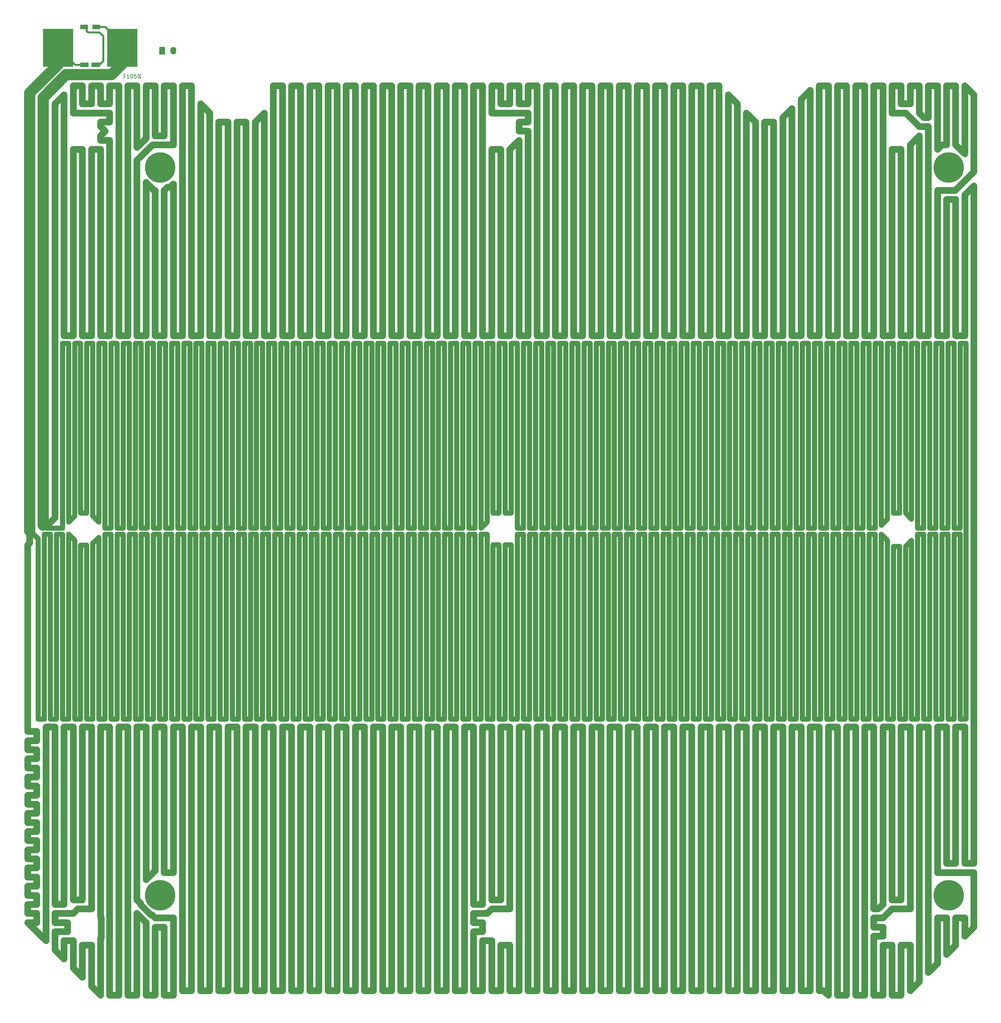
<source format=gbr>
%TF.GenerationSoftware,KiCad,Pcbnew,5.1.5*%
%TF.CreationDate,2020-05-06T17:45:38-07:00*%
%TF.ProjectId,Heatbed-MK52,48656174-6265-4642-9d4d-4b35322e6b69,rev?*%
%TF.SameCoordinates,Original*%
%TF.FileFunction,Copper,L1,Top*%
%TF.FilePolarity,Positive*%
%FSLAX46Y46*%
G04 Gerber Fmt 4.6, Leading zero omitted, Abs format (unit mm)*
G04 Created by KiCad (PCBNEW 5.1.5) date 2020-05-06 17:45:38*
%MOMM*%
%LPD*%
G04 APERTURE LIST*
%TA.AperFunction,NonConductor*%
%ADD10C,0.200000*%
%TD*%
%TA.AperFunction,ComponentPad*%
%ADD11R,8.000000X10.000000*%
%TD*%
%TA.AperFunction,SMDPad,CuDef*%
%ADD12R,2.198880X1.198880*%
%TD*%
%TA.AperFunction,SMDPad,CuDef*%
%ADD13R,2.000000X1.300000*%
%TD*%
%TA.AperFunction,Conductor*%
%ADD14C,8.000000*%
%TD*%
%TA.AperFunction,ComponentPad*%
%ADD15C,0.100000*%
%TD*%
%TA.AperFunction,ComponentPad*%
%ADD16O,1.500000X2.020000*%
%TD*%
%TA.AperFunction,Conductor*%
%ADD17C,0.500000*%
%TD*%
%TA.AperFunction,Conductor*%
%ADD18C,3.000000*%
%TD*%
%TA.AperFunction,Conductor*%
%ADD19C,1.316500*%
%TD*%
%TA.AperFunction,Conductor*%
%ADD20C,1.820200*%
%TD*%
G04 APERTURE END LIST*
D10*
X27742857Y234471428D02*
X27409523Y234471428D01*
X27409523Y233947619D02*
X27409523Y234947619D01*
X27885714Y234947619D01*
X28790476Y233947619D02*
X28219047Y233947619D01*
X28504761Y233947619D02*
X28504761Y234947619D01*
X28409523Y234804761D01*
X28314285Y234709523D01*
X28219047Y234661904D01*
X29409523Y234947619D02*
X29504761Y234947619D01*
X29600000Y234900000D01*
X29647619Y234852380D01*
X29695238Y234757142D01*
X29742857Y234566666D01*
X29742857Y234328571D01*
X29695238Y234138095D01*
X29647619Y234042857D01*
X29600000Y233995238D01*
X29504761Y233947619D01*
X29409523Y233947619D01*
X29314285Y233995238D01*
X29266666Y234042857D01*
X29219047Y234138095D01*
X29171428Y234328571D01*
X29171428Y234566666D01*
X29219047Y234757142D01*
X29266666Y234852380D01*
X29314285Y234900000D01*
X29409523Y234947619D01*
X30647619Y234947619D02*
X30171428Y234947619D01*
X30123809Y234471428D01*
X30171428Y234519047D01*
X30266666Y234566666D01*
X30504761Y234566666D01*
X30600000Y234519047D01*
X30647619Y234471428D01*
X30695238Y234376190D01*
X30695238Y234138095D01*
X30647619Y234042857D01*
X30600000Y233995238D01*
X30504761Y233947619D01*
X30266666Y233947619D01*
X30171428Y233995238D01*
X30123809Y234042857D01*
X31076190Y233947619D02*
X31838095Y234947619D01*
X31219047Y234947619D02*
X31314285Y234900000D01*
X31361904Y234804761D01*
X31314285Y234709523D01*
X31219047Y234661904D01*
X31123809Y234709523D01*
X31076190Y234804761D01*
X31123809Y234900000D01*
X31219047Y234947619D01*
X31790476Y233995238D02*
X31838095Y234090476D01*
X31790476Y234185714D01*
X31695238Y234233333D01*
X31600000Y234185714D01*
X31552380Y234090476D01*
X31600000Y233995238D01*
X31695238Y233947619D01*
X31790476Y233995238D01*
D11*
%TO.P,P1,1*%
%TO.N,Net-(D1-Pad1)*%
X27000000Y242000000D03*
%TD*%
%TO.P,P2,1*%
%TO.N,Net-(D1-Pad1)*%
X10000000Y242000000D03*
%TD*%
D12*
%TO.P,D1,1*%
%TO.N,Net-(D1-Pad1)*%
X16950980Y237500000D03*
%TO.P,D1,2*%
%TO.N,Net-(D1-Pad2)*%
X19949020Y237500000D03*
%TD*%
D13*
%TO.P,R1,1*%
%TO.N,Net-(D1-Pad1)*%
X20100000Y247500000D03*
%TO.P,R1,2*%
%TO.N,Net-(D1-Pad2)*%
X16900000Y247500000D03*
%TD*%
D14*
%TO.N,N/C*%
%TO.C,REF\002A\002A*%
X37000000Y210400000D03*
%TD*%
%TO.N,N/C*%
%TO.C,REF\002A\002A*%
X245000000Y210400000D03*
%TD*%
%TO.N,N/C*%
%TO.C,REF\002A\002A*%
X245000000Y18400000D03*
%TD*%
%TO.N,N/C*%
%TO.C,REF\002A\002A*%
X37000000Y18400000D03*
%TD*%
%TA.AperFunction,ComponentPad*%
D15*
%TO.P,J1,1*%
%TO.N,Net-(J1-Pad1)*%
G36*
X37994504Y242198796D02*
G01*
X38018773Y242195196D01*
X38042571Y242189235D01*
X38065671Y242180970D01*
X38087849Y242170480D01*
X38108893Y242157867D01*
X38128598Y242143253D01*
X38146777Y242126777D01*
X38163253Y242108598D01*
X38177867Y242088893D01*
X38190480Y242067849D01*
X38200970Y242045671D01*
X38209235Y242022571D01*
X38215196Y241998773D01*
X38218796Y241974504D01*
X38220000Y241950000D01*
X38220000Y240430000D01*
X38218796Y240405496D01*
X38215196Y240381227D01*
X38209235Y240357429D01*
X38200970Y240334329D01*
X38190480Y240312151D01*
X38177867Y240291107D01*
X38163253Y240271402D01*
X38146777Y240253223D01*
X38128598Y240236747D01*
X38108893Y240222133D01*
X38087849Y240209520D01*
X38065671Y240199030D01*
X38042571Y240190765D01*
X38018773Y240184804D01*
X37994504Y240181204D01*
X37970000Y240180000D01*
X36970000Y240180000D01*
X36945496Y240181204D01*
X36921227Y240184804D01*
X36897429Y240190765D01*
X36874329Y240199030D01*
X36852151Y240209520D01*
X36831107Y240222133D01*
X36811402Y240236747D01*
X36793223Y240253223D01*
X36776747Y240271402D01*
X36762133Y240291107D01*
X36749520Y240312151D01*
X36739030Y240334329D01*
X36730765Y240357429D01*
X36724804Y240381227D01*
X36721204Y240405496D01*
X36720000Y240430000D01*
X36720000Y241950000D01*
X36721204Y241974504D01*
X36724804Y241998773D01*
X36730765Y242022571D01*
X36739030Y242045671D01*
X36749520Y242067849D01*
X36762133Y242088893D01*
X36776747Y242108598D01*
X36793223Y242126777D01*
X36811402Y242143253D01*
X36831107Y242157867D01*
X36852151Y242170480D01*
X36874329Y242180970D01*
X36897429Y242189235D01*
X36921227Y242195196D01*
X36945496Y242198796D01*
X36970000Y242200000D01*
X37970000Y242200000D01*
X37994504Y242198796D01*
G37*
%TD.AperFunction*%
D16*
%TO.P,J1,2*%
%TO.N,Net-(J1-Pad2)*%
X40470000Y241190000D03*
%TD*%
D17*
%TO.N,Net-(D1-Pad2)*%
X21000000Y237500000D02*
X19549020Y237500000D01*
X21000000Y237500000D02*
X22000000Y238500000D01*
X22000000Y238500000D02*
X22000000Y245000000D01*
X22000000Y245000000D02*
X21000000Y246000000D01*
X21000000Y246000000D02*
X17900000Y246000000D01*
X17900000Y246000000D02*
X17550000Y246350000D01*
X17550000Y246350000D02*
X17550000Y247500000D01*
D18*
%TO.N,Net-(D1-Pad1)*%
X6050000Y116050000D02*
X6050000Y228850000D01*
X6050000Y228850000D02*
X12100000Y234900000D01*
X12100000Y234900000D02*
X24100000Y234900000D01*
X24100000Y234900000D02*
X27000000Y237800000D01*
D19*
X4800000Y112400000D02*
X3700000Y113500000D01*
X4800000Y112200000D02*
X4800000Y112400000D01*
D20*
X23600000Y-8000000D02*
X23600000Y62800000D01*
X9200000Y62800000D02*
X9200000Y16000000D01*
X2500000Y114500000D02*
X2500000Y111300000D01*
X4400000Y49600000D02*
X2000000Y49600000D01*
X21400000Y12500000D02*
X21200000Y12700000D01*
X14000000Y62800000D02*
X14000000Y17200000D01*
X4400000Y16000000D02*
X2000000Y16000000D01*
X2000000Y20800000D02*
X2000000Y18400000D01*
X2500000Y111300000D02*
X2000000Y110800000D01*
X4400000Y52000000D02*
X4400000Y49600000D01*
X9200000Y13600000D02*
X9200000Y11200000D01*
X4400000Y59200000D02*
X2000000Y59200000D01*
X2000000Y110800000D02*
X2000000Y61600000D01*
X16400000Y17200000D02*
X16400000Y62800000D01*
X2000000Y61600000D02*
X4400000Y61600000D01*
X4400000Y61600000D02*
X4400000Y59200000D01*
X21200000Y6900000D02*
X21400000Y7100000D01*
X4400000Y23200000D02*
X4400000Y20800000D01*
X2000000Y49600000D02*
X2000000Y47200000D01*
X9200000Y4000000D02*
X11600000Y1600000D01*
X4400000Y56800000D02*
X4400000Y54400000D01*
X4400000Y42400000D02*
X4400000Y40000000D01*
X2000000Y52000000D02*
X4400000Y52000000D01*
X2000000Y59200000D02*
X2000000Y56800000D01*
X2000000Y25600000D02*
X2000000Y23200000D01*
X4400000Y44800000D02*
X2000000Y44800000D01*
X4400000Y35200000D02*
X2000000Y35200000D01*
X18800000Y62800000D02*
X18800000Y14800000D01*
X11600000Y16000000D02*
X11600000Y62800000D01*
X2000000Y56800000D02*
X4400000Y56800000D01*
X4400000Y54400000D02*
X2000000Y54400000D01*
X4400000Y25600000D02*
X2000000Y25600000D01*
X2000000Y54400000D02*
X2000000Y52000000D01*
X4400000Y32800000D02*
X4400000Y30400000D01*
X2000000Y47200000D02*
X4400000Y47200000D01*
X4400000Y47200000D02*
X4400000Y44800000D01*
X2000000Y35200000D02*
X2000000Y32800000D01*
X2000000Y40000000D02*
X2000000Y37600000D01*
X2000000Y44800000D02*
X2000000Y42400000D01*
X2000000Y42400000D02*
X4400000Y42400000D01*
X4400000Y40000000D02*
X2000000Y40000000D01*
X15200000Y14800000D02*
X14000000Y13600000D01*
X2000000Y16000000D02*
X2000000Y13600000D01*
X2000000Y37600000D02*
X4400000Y37600000D01*
X4400000Y37600000D02*
X4400000Y35200000D01*
X11600000Y62800000D02*
X14000000Y62800000D01*
X2000000Y32800000D02*
X4400000Y32800000D01*
X16400000Y5200000D02*
X18800000Y5200000D01*
X4400000Y30400000D02*
X2000000Y30400000D01*
X2000000Y30400000D02*
X2000000Y28000000D01*
X2000000Y28000000D02*
X4400000Y28000000D01*
X4400000Y28000000D02*
X4400000Y25600000D01*
X2000000Y23200000D02*
X4400000Y23200000D01*
X4400000Y20800000D02*
X2000000Y20800000D01*
X2000000Y18400000D02*
X4400000Y18400000D01*
X4400000Y18400000D02*
X4400000Y16000000D01*
X14000000Y6400000D02*
X14000000Y-800000D01*
X18800000Y14800000D02*
X15200000Y14800000D01*
X2000000Y13600000D02*
X4400000Y13600000D01*
X14000000Y13600000D02*
X9200000Y13600000D01*
X4400000Y13600000D02*
X4400000Y11200000D01*
X4400000Y11200000D02*
X2000000Y11200000D01*
X2000000Y11200000D02*
X6800000Y6400000D01*
X6800000Y6400000D02*
X6800000Y62800000D01*
X6800000Y62800000D02*
X9200000Y62800000D01*
X9200000Y16000000D02*
X11600000Y16000000D01*
X14000000Y17200000D02*
X16400000Y17200000D01*
X16400000Y62800000D02*
X18800000Y62800000D01*
X9200000Y11200000D02*
X12500000Y11200000D01*
X12500000Y11200000D02*
X12500000Y8800000D01*
X12500000Y8800000D02*
X9200000Y8800000D01*
X9200000Y8800000D02*
X9200000Y4000000D01*
X11600000Y1600000D02*
X11600000Y6400000D01*
X11600000Y6400000D02*
X14000000Y6400000D01*
X14000000Y-800000D02*
X16400000Y-3200000D01*
X18800000Y-5600000D02*
X21200000Y-8000000D01*
X16400000Y-3200000D02*
X16400000Y5200000D01*
X18800000Y5200000D02*
X18800000Y-5600000D01*
X21200000Y-8000000D02*
X21200000Y6900000D01*
X21400000Y7100000D02*
X21400000Y12500000D01*
X21200000Y12700000D02*
X21200000Y62800000D01*
X21200000Y62800000D02*
X23600000Y62800000D01*
X16400000Y227200000D02*
X18800000Y227200000D01*
X95600000Y166000000D02*
X95600000Y232000000D01*
X110000000Y166000000D02*
X110000000Y232000000D01*
X186800000Y229600000D02*
X189200000Y227200000D01*
X6050000Y116050000D02*
X7250000Y116050000D01*
X158000000Y166000000D02*
X158000000Y232000000D01*
X182000000Y232000000D02*
X184400000Y232000000D01*
X124400000Y-6800000D02*
X124400000Y6400000D01*
X167600000Y-6800000D02*
X167600000Y62800000D01*
X50000000Y166000000D02*
X52400000Y166000000D01*
X122000000Y6400000D02*
X122000000Y-6800000D01*
X134000000Y166000000D02*
X134000000Y220000000D01*
X208400000Y166000000D02*
X210800000Y166000000D01*
X131600000Y220000000D02*
X131600000Y222400000D01*
X158000000Y-6800000D02*
X158000000Y62800000D01*
X9200000Y118000000D02*
X9200000Y227200000D01*
X124400000Y215200000D02*
X126800000Y215200000D01*
X21200000Y227200000D02*
X23600000Y227200000D01*
X11600000Y229600000D02*
X11600000Y166000000D01*
X71600000Y232000000D02*
X74000000Y232000000D01*
X7250000Y116050000D02*
X9200000Y118000000D01*
X23600000Y217600000D02*
X21200000Y217600000D01*
X237200000Y232000000D02*
X237200000Y224800000D01*
X35600000Y232000000D02*
X35600000Y218800000D01*
X83600000Y232000000D02*
X83600000Y166000000D01*
X9200000Y227200000D02*
X11600000Y229600000D01*
X196400000Y62800000D02*
X194000000Y62800000D01*
X237200000Y218800000D02*
X237200000Y166000000D01*
X21200000Y221200000D02*
X21200000Y222400000D01*
X206000000Y228400000D02*
X208400000Y230800000D01*
X35600000Y12400000D02*
X40400000Y12400000D01*
X218000000Y166000000D02*
X220400000Y166000000D01*
X66800000Y166000000D02*
X66800000Y232000000D01*
X40400000Y232000000D02*
X40400000Y216400000D01*
X107600000Y232000000D02*
X107600000Y166000000D01*
X52400000Y222400000D02*
X54800000Y222400000D01*
X21200000Y166000000D02*
X23600000Y166000000D01*
X249200000Y203200000D02*
X251600000Y205600000D01*
X184400000Y232000000D02*
X184400000Y166000000D01*
X26000000Y166000000D02*
X28400000Y166000000D01*
X18800000Y166000000D02*
X18800000Y215200000D01*
X21200000Y217600000D02*
X21200000Y218800000D01*
X54800000Y222400000D02*
X54800000Y166000000D01*
X215600000Y166000000D02*
X215600000Y232000000D01*
X122000000Y232000000D02*
X122000000Y166000000D01*
X230000000Y224800000D02*
X230000000Y232000000D01*
X170000000Y62800000D02*
X170000000Y-6800000D01*
X64400000Y224800000D02*
X64400000Y166000000D01*
X11600000Y166000000D02*
X14000000Y166000000D01*
X179600000Y232000000D02*
X179600000Y166000000D01*
X28400000Y62800000D02*
X26000000Y62800000D01*
X50000000Y62800000D02*
X50000000Y-6800000D01*
X23600000Y222400000D02*
X23600000Y224800000D01*
X150800000Y232000000D02*
X150800000Y166000000D01*
X90800000Y166000000D02*
X90800000Y232000000D01*
X90800000Y232000000D02*
X93200000Y232000000D01*
X136400000Y62800000D02*
X136400000Y-6800000D01*
X14000000Y215200000D02*
X16400000Y215200000D01*
X86000000Y232000000D02*
X88400000Y232000000D01*
X122000000Y62800000D02*
X122000000Y16000000D01*
X14000000Y166000000D02*
X14000000Y215200000D01*
X38000000Y204400000D02*
X38800499Y205200499D01*
X18800000Y232000000D02*
X21200000Y232000000D01*
X22400000Y220000000D02*
X21200000Y221200000D01*
X122000000Y166000000D02*
X124400000Y166000000D01*
X74000000Y166000000D02*
X76400000Y166000000D01*
X105200000Y166000000D02*
X105200000Y232000000D01*
X16400000Y215200000D02*
X16400000Y166000000D01*
X23600000Y166000000D02*
X23600000Y217600000D01*
X222800000Y232000000D02*
X222800000Y166000000D01*
X62000000Y62800000D02*
X59600000Y62800000D01*
X40400000Y24400000D02*
X38000000Y24400000D01*
X47600000Y227200000D02*
X50000000Y224800000D01*
X196400000Y222400000D02*
X198800000Y222400000D01*
X232400000Y227200000D02*
X234800000Y227200000D01*
X148400000Y166000000D02*
X148400000Y232000000D01*
X23600000Y227200000D02*
X23600000Y232000000D01*
X93200000Y166000000D02*
X95600000Y166000000D01*
X33200000Y232000000D02*
X35600000Y232000000D01*
X93200000Y232000000D02*
X93200000Y166000000D01*
X16400000Y166000000D02*
X18800000Y166000000D01*
X213200000Y-8000000D02*
X212000000Y-6800000D01*
X39495761Y205200499D02*
X40400000Y206104738D01*
X146000000Y232000000D02*
X146000000Y166000000D01*
X21200000Y218800000D02*
X22400000Y220000000D01*
X40400000Y206104738D02*
X40400000Y166000000D01*
X244400000Y216400000D02*
X244400000Y232000000D01*
X18800000Y215200000D02*
X21200000Y215200000D01*
X59600000Y222400000D02*
X59600000Y166000000D01*
X100400000Y232000000D02*
X102800000Y232000000D01*
X45200000Y232000000D02*
X45200000Y166000000D01*
X69200000Y232000000D02*
X69200000Y166000000D01*
X31765849Y15887607D02*
X34487607Y13165849D01*
X129200000Y166000000D02*
X129200000Y215200000D01*
X117200000Y-6800000D02*
X114800000Y-6800000D01*
X112400000Y62800000D02*
X112400000Y-6800000D01*
X21200000Y215200000D02*
X21200000Y166000000D01*
X134000000Y227200000D02*
X134000000Y232000000D01*
X107600000Y166000000D02*
X110000000Y166000000D01*
X102800000Y166000000D02*
X105200000Y166000000D01*
X206000000Y-6800000D02*
X206000000Y62800000D01*
X141200000Y166000000D02*
X143600000Y166000000D01*
X124400000Y62800000D02*
X122000000Y62800000D01*
X35600000Y204400000D02*
X35600000Y166000000D01*
X23600000Y232000000D02*
X26000000Y232000000D01*
X131600000Y166000000D02*
X134000000Y166000000D01*
X141200000Y-6800000D02*
X138800000Y-6800000D01*
X21200000Y222400000D02*
X23600000Y222400000D01*
X23600000Y224800000D02*
X14000000Y224800000D01*
X220400000Y232000000D02*
X222800000Y232000000D01*
X45200000Y-6800000D02*
X42800000Y-6800000D01*
X14000000Y224800000D02*
X14000000Y232000000D01*
X138800000Y232000000D02*
X141200000Y232000000D01*
X76400000Y62800000D02*
X74000000Y62800000D01*
X174800000Y-6800000D02*
X172400000Y-6800000D01*
X242000000Y166000000D02*
X244400000Y166000000D01*
X45200000Y166000000D02*
X47600000Y166000000D01*
X14000000Y232000000D02*
X16400000Y232000000D01*
X40400000Y216400000D02*
X34900000Y216400000D01*
X64400000Y166000000D02*
X66800000Y166000000D01*
X16400000Y232000000D02*
X16400000Y227200000D01*
X194000000Y-6800000D02*
X191600000Y-6800000D01*
X18800000Y227200000D02*
X18800000Y232000000D01*
X59600000Y166000000D02*
X62000000Y166000000D01*
X33200000Y22500000D02*
X33200000Y62800000D01*
X38000000Y218800000D02*
X38000000Y232000000D01*
X54800000Y-6800000D02*
X52400000Y-6800000D01*
X239600000Y221200000D02*
X237200000Y221200000D01*
X21200000Y232000000D02*
X21200000Y227200000D01*
X239600000Y62800000D02*
X237200000Y62800000D01*
X26000000Y232000000D02*
X26000000Y166000000D01*
X227600000Y62800000D02*
X227600000Y16000000D01*
X177200000Y232000000D02*
X179600000Y232000000D01*
X227600000Y16000000D02*
X226400000Y14800000D01*
X117200000Y166000000D02*
X119600000Y166000000D01*
X57200000Y166000000D02*
X57200000Y222400000D01*
X28400000Y166000000D02*
X28400000Y232000000D01*
X40400000Y-8000000D02*
X38000000Y-8000000D01*
X143600000Y166000000D02*
X143600000Y232000000D01*
X28400000Y232000000D02*
X30800000Y232000000D01*
X30800000Y232000000D02*
X30800000Y215700000D01*
X172400000Y166000000D02*
X172400000Y232000000D01*
X30800000Y215700000D02*
X33200000Y218100000D01*
X249200000Y166000000D02*
X249200000Y203200000D01*
X201200000Y-6800000D02*
X201200000Y62800000D01*
X33200000Y218100000D02*
X33200000Y232000000D01*
X218000000Y232000000D02*
X218000000Y166000000D01*
X93200000Y-6800000D02*
X90800000Y-6800000D01*
X237200000Y62800000D02*
X237200000Y-4400000D01*
X35600000Y218800000D02*
X38000000Y218800000D01*
X126800000Y166000000D02*
X129200000Y166000000D01*
X38000000Y-8000000D02*
X38000000Y10000000D01*
X54800000Y62800000D02*
X54800000Y-6800000D01*
X30800000Y166000000D02*
X33200000Y166000000D01*
X100400000Y166000000D02*
X100400000Y232000000D01*
X208400000Y230800000D02*
X208400000Y166000000D01*
X90800000Y62800000D02*
X88400000Y62800000D01*
X225200000Y166000000D02*
X225200000Y232000000D01*
X38000000Y232000000D02*
X40400000Y232000000D01*
X246800000Y232000000D02*
X246800000Y216400000D01*
X251600000Y209304738D02*
X246695262Y204400000D01*
X50000000Y224800000D02*
X50000000Y166000000D01*
X34900000Y216400000D02*
X30800000Y212300000D01*
X42800000Y166000000D02*
X42800000Y232000000D01*
X30800000Y212300000D02*
X30800000Y166000000D01*
X126800000Y62800000D02*
X126800000Y17200000D01*
X203600000Y-6800000D02*
X201200000Y-6800000D01*
X225200000Y12400000D02*
X227600000Y12400000D01*
X213200000Y166000000D02*
X215600000Y166000000D01*
X33200000Y166000000D02*
X33200000Y206500000D01*
X33200000Y206500000D02*
X35300000Y204400000D01*
X114800000Y232000000D02*
X117200000Y232000000D01*
X35300000Y204400000D02*
X35600000Y204400000D01*
X35600000Y166000000D02*
X38000000Y166000000D01*
X218000000Y-8000000D02*
X215600000Y-8000000D01*
X124400000Y14800000D02*
X129200000Y14800000D01*
X196400000Y166000000D02*
X196400000Y222400000D01*
X88400000Y62800000D02*
X88400000Y-6800000D01*
X69200000Y62800000D02*
X69200000Y-6800000D01*
X38000000Y166000000D02*
X38000000Y204400000D01*
X122000000Y8800000D02*
X122000000Y11200000D01*
X81200000Y232000000D02*
X83600000Y232000000D01*
X148400000Y62800000D02*
X146000000Y62800000D01*
X38800499Y205200499D02*
X39495761Y205200499D01*
X239600000Y223600000D02*
X239600000Y232000000D01*
X143600000Y62800000D02*
X141200000Y62800000D01*
X213200000Y62800000D02*
X213200000Y-8000000D01*
X40400000Y166000000D02*
X42800000Y166000000D01*
X201200000Y166000000D02*
X201200000Y223600000D01*
X62000000Y166000000D02*
X62000000Y222400000D01*
X189200000Y227200000D02*
X189200000Y166000000D01*
X174800000Y166000000D02*
X177200000Y166000000D01*
X134000000Y62800000D02*
X131600000Y62800000D01*
X42800000Y232000000D02*
X45200000Y232000000D01*
X78800000Y232000000D02*
X78800000Y166000000D01*
X78800000Y-6800000D02*
X76400000Y-6800000D01*
X194000000Y62800000D02*
X194000000Y-6800000D01*
X246695262Y204400000D02*
X242000000Y204400000D01*
X47600000Y166000000D02*
X47600000Y227200000D01*
X110000000Y232000000D02*
X112400000Y232000000D01*
X131600000Y62800000D02*
X131600000Y-6800000D01*
X52400000Y166000000D02*
X52400000Y222400000D01*
X234800000Y227200000D02*
X234800000Y232000000D01*
X194000000Y166000000D02*
X196400000Y166000000D01*
X54800000Y166000000D02*
X57200000Y166000000D01*
X57200000Y222400000D02*
X59600000Y222400000D01*
X246800000Y62800000D02*
X246800000Y26800000D01*
X131600000Y227200000D02*
X134000000Y227200000D01*
X98000000Y62800000D02*
X98000000Y-6800000D01*
X62000000Y222400000D02*
X64400000Y224800000D01*
X230000000Y17200000D02*
X230000000Y62800000D01*
X66800000Y232000000D02*
X69200000Y232000000D01*
X114800000Y-6800000D02*
X114800000Y62800000D01*
X69200000Y166000000D02*
X71600000Y166000000D01*
X71600000Y166000000D02*
X71600000Y232000000D01*
X210800000Y232000000D02*
X213200000Y232000000D01*
X232400000Y232000000D02*
X232400000Y227200000D01*
X177200000Y62800000D02*
X174800000Y62800000D01*
X40400000Y12400000D02*
X40400000Y-8000000D01*
X74000000Y232000000D02*
X74000000Y166000000D01*
X76400000Y166000000D02*
X76400000Y232000000D01*
X76400000Y232000000D02*
X78800000Y232000000D01*
X122000000Y16000000D02*
X119600000Y16000000D01*
X78800000Y166000000D02*
X81200000Y166000000D01*
X131600000Y222400000D02*
X134000000Y222400000D01*
X165200000Y166000000D02*
X167600000Y166000000D01*
X81200000Y166000000D02*
X81200000Y232000000D01*
X34487607Y13165849D02*
X34834151Y13165849D01*
X198800000Y-6800000D02*
X196400000Y-6800000D01*
X83600000Y166000000D02*
X86000000Y166000000D01*
X86000000Y166000000D02*
X86000000Y232000000D01*
X246800000Y166000000D02*
X249200000Y166000000D01*
X88400000Y232000000D02*
X88400000Y166000000D01*
X134000000Y220000000D02*
X131600000Y220000000D01*
X143600000Y232000000D02*
X146000000Y232000000D01*
X184400000Y166000000D02*
X186800000Y166000000D01*
X194000000Y222400000D02*
X194000000Y166000000D01*
X112400000Y166000000D02*
X114800000Y166000000D01*
X88400000Y166000000D02*
X90800000Y166000000D01*
X95600000Y232000000D02*
X98000000Y232000000D01*
X167600000Y232000000D02*
X170000000Y232000000D01*
X62000000Y-6800000D02*
X62000000Y62800000D01*
X234800000Y14800000D02*
X234800000Y62800000D01*
X52400000Y62800000D02*
X50000000Y62800000D01*
X98000000Y232000000D02*
X98000000Y166000000D01*
X201200000Y223600000D02*
X203600000Y226000000D01*
X232400000Y166000000D02*
X234800000Y166000000D01*
X98000000Y166000000D02*
X100400000Y166000000D01*
X110000000Y-6800000D02*
X110000000Y62800000D01*
X102800000Y232000000D02*
X102800000Y166000000D01*
X105200000Y232000000D02*
X107600000Y232000000D01*
X112400000Y232000000D02*
X112400000Y166000000D01*
X30800000Y-8000000D02*
X28400000Y-8000000D01*
X234800000Y216400000D02*
X237200000Y218800000D01*
X114800000Y166000000D02*
X114800000Y232000000D01*
X117200000Y232000000D02*
X117200000Y166000000D01*
X208400000Y62800000D02*
X208400000Y-6800000D01*
X119600000Y166000000D02*
X119600000Y232000000D01*
X119600000Y232000000D02*
X122000000Y232000000D01*
X124400000Y166000000D02*
X124400000Y215200000D01*
X129200000Y232000000D02*
X131600000Y232000000D01*
X33200000Y62800000D02*
X30800000Y62800000D01*
X119600000Y-6800000D02*
X119600000Y8800000D01*
X126800000Y215200000D02*
X126800000Y166000000D01*
X129200000Y215200000D02*
X131600000Y217600000D01*
X158000000Y62800000D02*
X155600000Y62800000D01*
X225200000Y232000000D02*
X227600000Y232000000D01*
X131600000Y217600000D02*
X131600000Y166000000D01*
X134000000Y222400000D02*
X134000000Y224800000D01*
X134000000Y224800000D02*
X124400000Y224800000D01*
X124400000Y224800000D02*
X124400000Y232000000D01*
X124400000Y232000000D02*
X126800000Y232000000D01*
X126800000Y232000000D02*
X126800000Y227200000D01*
X126800000Y227200000D02*
X129200000Y227200000D01*
X129200000Y227200000D02*
X129200000Y232000000D01*
X131600000Y232000000D02*
X131600000Y227200000D01*
X239600000Y166000000D02*
X239600000Y221200000D01*
X134000000Y232000000D02*
X136400000Y232000000D01*
X136400000Y166000000D02*
X138800000Y166000000D01*
X153200000Y232000000D02*
X155600000Y232000000D01*
X119600000Y16000000D02*
X119600000Y62800000D01*
X136400000Y232000000D02*
X136400000Y166000000D01*
X138800000Y166000000D02*
X138800000Y232000000D01*
X141200000Y232000000D02*
X141200000Y166000000D01*
X47600000Y-6800000D02*
X47600000Y62800000D01*
X242000000Y12400000D02*
X242000000Y400000D01*
X146000000Y166000000D02*
X148400000Y166000000D01*
X148400000Y232000000D02*
X150800000Y232000000D01*
X230000000Y215200000D02*
X232400000Y215200000D01*
X150800000Y166000000D02*
X153200000Y166000000D01*
X153200000Y166000000D02*
X153200000Y232000000D01*
X155600000Y232000000D02*
X155600000Y166000000D01*
X189200000Y-6800000D02*
X186800000Y-6800000D01*
X225200000Y-8000000D02*
X225200000Y7600000D01*
X155600000Y166000000D02*
X158000000Y166000000D01*
X244400000Y202000000D02*
X246800000Y202000000D01*
X186800000Y166000000D02*
X186800000Y229600000D01*
X189200000Y166000000D02*
X191600000Y166000000D01*
X158000000Y232000000D02*
X160400000Y232000000D01*
X160400000Y232000000D02*
X160400000Y166000000D01*
X160400000Y166000000D02*
X162800000Y166000000D01*
X162800000Y166000000D02*
X162800000Y232000000D01*
X172400000Y232000000D02*
X174800000Y232000000D01*
X162800000Y232000000D02*
X165200000Y232000000D01*
X227600000Y166000000D02*
X230000000Y166000000D01*
X165200000Y232000000D02*
X165200000Y166000000D01*
X74000000Y62800000D02*
X74000000Y-6800000D01*
X174800000Y62800000D02*
X174800000Y-6800000D01*
X167600000Y166000000D02*
X167600000Y232000000D01*
X170000000Y232000000D02*
X170000000Y166000000D01*
X222800000Y166000000D02*
X225200000Y166000000D01*
X119600000Y13600000D02*
X123200000Y13600000D01*
X191600000Y62800000D02*
X189200000Y62800000D01*
X170000000Y166000000D02*
X172400000Y166000000D01*
X239600000Y232000000D02*
X242000000Y232000000D01*
X174800000Y232000000D02*
X174800000Y166000000D01*
X177200000Y166000000D02*
X177200000Y232000000D01*
X249200000Y232000000D02*
X251600000Y229600000D01*
X191600000Y166000000D02*
X191600000Y224800000D01*
X179600000Y166000000D02*
X182000000Y166000000D01*
X182000000Y166000000D02*
X182000000Y232000000D01*
X191600000Y224800000D02*
X194000000Y222400000D01*
X227600000Y-8000000D02*
X225200000Y-8000000D01*
X57200000Y62800000D02*
X54800000Y62800000D01*
X198800000Y222400000D02*
X198800000Y166000000D01*
X198800000Y166000000D02*
X201200000Y166000000D01*
X203600000Y226000000D02*
X203600000Y166000000D01*
X203600000Y166000000D02*
X206000000Y166000000D01*
X206000000Y166000000D02*
X206000000Y228400000D01*
X210800000Y166000000D02*
X210800000Y232000000D01*
X234800000Y5200000D02*
X232400000Y5200000D01*
X213200000Y232000000D02*
X213200000Y166000000D01*
X215600000Y232000000D02*
X218000000Y232000000D01*
X220400000Y166000000D02*
X220400000Y232000000D01*
X78800000Y62800000D02*
X78800000Y-6800000D01*
X227600000Y232000000D02*
X227600000Y166000000D01*
X230000000Y-8000000D02*
X230000000Y5200000D01*
X230000000Y166000000D02*
X230000000Y215200000D01*
X232400000Y215200000D02*
X232400000Y166000000D01*
X234800000Y166000000D02*
X234800000Y216400000D01*
X237200000Y166000000D02*
X239600000Y166000000D01*
X244400000Y62800000D02*
X242000000Y62800000D01*
X237200000Y221200000D02*
X233600000Y224800000D01*
X233600000Y224800000D02*
X230000000Y224800000D01*
X230000000Y232000000D02*
X232400000Y232000000D01*
X234800000Y232000000D02*
X237200000Y232000000D01*
X237200000Y224800000D02*
X238400000Y223600000D01*
X246800000Y216400000D02*
X249200000Y214000000D01*
X249200000Y12400000D02*
X246800000Y12400000D01*
X238400000Y223600000D02*
X239600000Y223600000D01*
X242000000Y232000000D02*
X242000000Y215200000D01*
X203600000Y62800000D02*
X203600000Y-6800000D01*
X242000000Y215200000D02*
X243200000Y216400000D01*
X243200000Y216400000D02*
X244400000Y216400000D01*
X244400000Y232000000D02*
X246800000Y232000000D01*
X170000000Y-6800000D02*
X167600000Y-6800000D01*
X249200000Y214000000D02*
X249200000Y232000000D01*
X246800000Y202000000D02*
X246800000Y166000000D01*
X251600000Y229600000D02*
X251600000Y209304738D01*
X242000000Y204400000D02*
X242000000Y166000000D01*
X244400000Y166000000D02*
X244400000Y202000000D01*
X102800000Y62800000D02*
X102800000Y-6800000D01*
X251600000Y205600000D02*
X251600000Y26800000D01*
X172400000Y62800000D02*
X170000000Y62800000D01*
X251600000Y26800000D02*
X249200000Y26800000D01*
X249200000Y26800000D02*
X249200000Y62800000D01*
X249200000Y62800000D02*
X246800000Y62800000D01*
X246800000Y26800000D02*
X244400000Y26800000D01*
X244400000Y26800000D02*
X244400000Y62800000D01*
X31765849Y16234151D02*
X31765849Y15887607D01*
X242000000Y62800000D02*
X242000000Y24400000D01*
X105200000Y62800000D02*
X102800000Y62800000D01*
X242000000Y24400000D02*
X251600000Y24400000D01*
X191600000Y-6800000D02*
X191600000Y62800000D01*
X232400000Y5200000D02*
X232400000Y-8000000D01*
X251600000Y10000000D02*
X249200000Y7600000D01*
X251600000Y24400000D02*
X251600000Y10000000D01*
X249200000Y7600000D02*
X249200000Y12400000D01*
X246800000Y12400000D02*
X246800000Y5200000D01*
X107600000Y62800000D02*
X107600000Y-6800000D01*
X246800000Y5200000D02*
X244400000Y2800000D01*
X244400000Y2800000D02*
X244400000Y12400000D01*
X244400000Y12400000D02*
X242000000Y12400000D01*
X225200000Y10000000D02*
X225200000Y12400000D01*
X35600000Y24900000D02*
X33200000Y22500000D01*
X242000000Y400000D02*
X239600000Y-2000000D01*
X239600000Y-2000000D02*
X239600000Y62800000D01*
X237200000Y-4400000D02*
X234800000Y-6800000D01*
X234800000Y-6800000D02*
X234800000Y5200000D01*
X232400000Y-8000000D02*
X230000000Y-8000000D01*
X210800000Y62800000D02*
X208400000Y62800000D01*
X230000000Y5200000D02*
X227600000Y5200000D01*
X33200000Y-8000000D02*
X33200000Y11200000D01*
X227600000Y5200000D02*
X227600000Y-8000000D01*
X225200000Y7600000D02*
X227600000Y7600000D01*
X129200000Y62800000D02*
X126800000Y62800000D01*
X165200000Y62800000D02*
X165200000Y-6800000D01*
X227600000Y7600000D02*
X227600000Y10000000D01*
X227600000Y10000000D02*
X225200000Y10000000D01*
X227600000Y12400000D02*
X230000000Y14800000D01*
X230000000Y14800000D02*
X234800000Y14800000D01*
X234800000Y62800000D02*
X232400000Y62800000D01*
X232400000Y62800000D02*
X232400000Y17200000D01*
X232400000Y17200000D02*
X230000000Y17200000D01*
X230000000Y62800000D02*
X227600000Y62800000D01*
X226400000Y14800000D02*
X225200000Y14800000D01*
X225200000Y14800000D02*
X225200000Y62800000D01*
X119600000Y11200000D02*
X119600000Y13600000D01*
X225200000Y62800000D02*
X222800000Y62800000D01*
X222800000Y62800000D02*
X222800000Y-8000000D01*
X222800000Y-8000000D02*
X220400000Y-8000000D01*
X220400000Y-8000000D02*
X220400000Y62800000D01*
X220400000Y62800000D02*
X218000000Y62800000D01*
X218000000Y62800000D02*
X218000000Y-8000000D01*
X215600000Y-8000000D02*
X215600000Y62800000D01*
X215600000Y62800000D02*
X213200000Y62800000D01*
X212000000Y-6800000D02*
X210800000Y-6800000D01*
X122000000Y11200000D02*
X119600000Y11200000D01*
X210800000Y-6800000D02*
X210800000Y62800000D01*
X208400000Y-6800000D02*
X206000000Y-6800000D01*
X206000000Y62800000D02*
X203600000Y62800000D01*
X201200000Y62800000D02*
X198800000Y62800000D01*
X198800000Y62800000D02*
X198800000Y-6800000D01*
X196400000Y-6800000D02*
X196400000Y62800000D01*
X189200000Y62800000D02*
X189200000Y-6800000D01*
X66800000Y62800000D02*
X64400000Y62800000D01*
X186800000Y-6800000D02*
X186800000Y62800000D01*
X186800000Y62800000D02*
X184400000Y62800000D01*
X184400000Y62800000D02*
X184400000Y-6800000D01*
X30800000Y62800000D02*
X30800000Y17200000D01*
X184400000Y-6800000D02*
X182000000Y-6800000D01*
X182000000Y-6800000D02*
X182000000Y62800000D01*
X182000000Y62800000D02*
X179600000Y62800000D01*
X179600000Y62800000D02*
X179600000Y-6800000D01*
X138800000Y-6800000D02*
X138800000Y62800000D01*
X179600000Y-6800000D02*
X177200000Y-6800000D01*
X177200000Y-6800000D02*
X177200000Y62800000D01*
X172400000Y-6800000D02*
X172400000Y62800000D01*
X167600000Y62800000D02*
X165200000Y62800000D01*
X165200000Y-6800000D02*
X162800000Y-6800000D01*
X162800000Y-6800000D02*
X162800000Y62800000D01*
X81200000Y62800000D02*
X78800000Y62800000D01*
X162800000Y62800000D02*
X160400000Y62800000D01*
X126800000Y5200000D02*
X126800000Y-6800000D01*
X136400000Y-6800000D02*
X134000000Y-6800000D01*
X160400000Y62800000D02*
X160400000Y-6800000D01*
X114800000Y62800000D02*
X112400000Y62800000D01*
X160400000Y-6800000D02*
X158000000Y-6800000D01*
X155600000Y62800000D02*
X155600000Y-6800000D01*
X155600000Y-6800000D02*
X153200000Y-6800000D01*
X153200000Y-6800000D02*
X153200000Y62800000D01*
X153200000Y62800000D02*
X150800000Y62800000D01*
X150800000Y62800000D02*
X150800000Y-6800000D01*
X150800000Y-6800000D02*
X148400000Y-6800000D01*
X148400000Y-6800000D02*
X148400000Y62800000D01*
X143600000Y-6800000D02*
X143600000Y62800000D01*
X146000000Y62800000D02*
X146000000Y-6800000D01*
X86000000Y-6800000D02*
X86000000Y62800000D01*
X146000000Y-6800000D02*
X143600000Y-6800000D01*
X141200000Y62800000D02*
X141200000Y-6800000D01*
X138800000Y62800000D02*
X136400000Y62800000D01*
X134000000Y-6800000D02*
X134000000Y62800000D01*
X131600000Y-6800000D02*
X129200000Y-6800000D01*
X40400000Y62800000D02*
X40400000Y24400000D01*
X71600000Y62800000D02*
X69200000Y62800000D01*
X129200000Y-6800000D02*
X129200000Y5200000D01*
X129200000Y5200000D02*
X126800000Y5200000D01*
X126800000Y17200000D02*
X124400000Y17200000D01*
X126800000Y-6800000D02*
X124400000Y-6800000D01*
X124400000Y6400000D02*
X122000000Y6400000D01*
X122000000Y-6800000D02*
X119600000Y-6800000D01*
X50000000Y-6800000D02*
X47600000Y-6800000D01*
X119600000Y8800000D02*
X122000000Y8800000D01*
X123200000Y13600000D02*
X124400000Y14800000D01*
X129200000Y14800000D02*
X129200000Y62800000D01*
X124400000Y17200000D02*
X124400000Y62800000D01*
X119600000Y62800000D02*
X117200000Y62800000D01*
X100400000Y62800000D02*
X98000000Y62800000D01*
X93200000Y62800000D02*
X93200000Y-6800000D01*
X117200000Y62800000D02*
X117200000Y-6800000D01*
X112400000Y-6800000D02*
X110000000Y-6800000D01*
X110000000Y62800000D02*
X107600000Y62800000D01*
X107600000Y-6800000D02*
X105200000Y-6800000D01*
X105200000Y-6800000D02*
X105200000Y62800000D01*
X102800000Y-6800000D02*
X100400000Y-6800000D01*
X100400000Y-6800000D02*
X100400000Y62800000D01*
X71600000Y-6800000D02*
X71600000Y62800000D01*
X98000000Y-6800000D02*
X95600000Y-6800000D01*
X95600000Y-6800000D02*
X95600000Y62800000D01*
X95600000Y62800000D02*
X93200000Y62800000D01*
X90800000Y-6800000D02*
X90800000Y62800000D01*
X88400000Y-6800000D02*
X86000000Y-6800000D01*
X86000000Y62800000D02*
X83600000Y62800000D01*
X83600000Y62800000D02*
X83600000Y-6800000D01*
X83600000Y-6800000D02*
X81200000Y-6800000D01*
X81200000Y-6800000D02*
X81200000Y62800000D01*
X76400000Y-6800000D02*
X76400000Y62800000D01*
X74000000Y-6800000D02*
X71600000Y-6800000D01*
X69200000Y-6800000D02*
X66800000Y-6800000D01*
X66800000Y-6800000D02*
X66800000Y62800000D01*
X64400000Y62800000D02*
X64400000Y-6800000D01*
X64400000Y-6800000D02*
X62000000Y-6800000D01*
X59600000Y62800000D02*
X59600000Y-6800000D01*
X59600000Y-6800000D02*
X57200000Y-6800000D01*
X57200000Y-6800000D02*
X57200000Y62800000D01*
X52400000Y-6800000D02*
X52400000Y62800000D01*
X47600000Y62800000D02*
X45200000Y62800000D01*
X45200000Y62800000D02*
X45200000Y-6800000D01*
X42800000Y-6800000D02*
X42800000Y62800000D01*
X30800000Y17200000D02*
X31765849Y16234151D01*
X42800000Y62800000D02*
X40400000Y62800000D01*
X38000000Y24400000D02*
X38000000Y62800000D01*
X38000000Y62800000D02*
X35600000Y62800000D01*
X35600000Y62800000D02*
X35600000Y24900000D01*
X34834151Y13165849D02*
X35600000Y12400000D01*
X38000000Y10000000D02*
X35600000Y10000000D01*
X35600000Y10000000D02*
X35600000Y-8000000D01*
X35600000Y-8000000D02*
X33200000Y-8000000D01*
X33200000Y11200000D02*
X30800000Y13600000D01*
X30800000Y13600000D02*
X30800000Y-8000000D01*
X28400000Y-8000000D02*
X28400000Y62800000D01*
X26000000Y62800000D02*
X26000000Y-8000000D01*
X26000000Y-8000000D02*
X23600000Y-8000000D01*
D19*
X214400000Y115200000D02*
X216000000Y115200000D01*
X94400000Y164000000D02*
X96000000Y164000000D01*
X182400000Y164000000D02*
X182400000Y115200000D01*
X128000000Y64800000D02*
X126400000Y64800000D01*
X209600000Y164000000D02*
X211200000Y164000000D01*
X148800000Y115200000D02*
X148800000Y164000000D01*
X49600000Y64800000D02*
X49600000Y113600000D01*
X25600000Y164000000D02*
X25600000Y115200000D01*
X112000000Y115200000D02*
X113600000Y115200000D01*
X198400000Y113600000D02*
X198400000Y64800000D01*
X180800000Y64800000D02*
X180800000Y113600000D01*
X168000000Y113600000D02*
X166400000Y113600000D01*
X204800000Y115200000D02*
X206400000Y115200000D01*
X27200000Y64800000D02*
X27200000Y113600000D01*
X188800000Y64800000D02*
X187200000Y64800000D01*
X14400000Y64800000D02*
X14400000Y112000000D01*
X115200000Y164000000D02*
X115200000Y115200000D01*
X73600000Y64800000D02*
X72000000Y64800000D01*
X176000000Y115200000D02*
X177600000Y115200000D01*
X52800000Y115200000D02*
X52800000Y164000000D01*
X224000000Y64800000D02*
X222400000Y64800000D01*
X200000000Y64800000D02*
X200000000Y113600000D01*
X113600000Y115200000D02*
X113600000Y164000000D01*
X46400000Y164000000D02*
X48000000Y164000000D01*
X102400000Y113600000D02*
X102400000Y64800000D01*
X129600000Y64800000D02*
X129600000Y110845600D01*
X99200000Y164000000D02*
X99200000Y115200000D01*
X104000000Y113600000D02*
X102400000Y113600000D01*
X92800000Y115200000D02*
X94400000Y115200000D01*
X49600000Y115200000D02*
X49600000Y164000000D01*
X60800000Y115200000D02*
X62400000Y115200000D01*
X203200000Y64800000D02*
X203200000Y113600000D01*
X244800000Y113600000D02*
X243200000Y113600000D01*
X25600000Y115200000D02*
X27200000Y115200000D01*
X120000000Y164000000D02*
X121600000Y164000000D01*
X14400000Y112000000D02*
X12800000Y113600000D01*
X12800000Y64800000D02*
X11200000Y64800000D01*
X94400000Y115200000D02*
X94400000Y164000000D01*
X131200000Y113600000D02*
X131200000Y64800000D01*
X235200000Y64800000D02*
X235200000Y112000000D01*
X100800000Y64800000D02*
X100800000Y113600000D01*
X22400000Y64800000D02*
X20800000Y64800000D01*
X142400000Y164000000D02*
X144000000Y164000000D01*
X209600000Y64800000D02*
X209600000Y113600000D01*
X43200000Y164000000D02*
X44800000Y164000000D01*
X88000000Y113600000D02*
X86400000Y113600000D01*
X6900000Y115200000D02*
X11200000Y115200000D01*
X6400000Y113600000D02*
X6400000Y64800000D01*
X116800000Y113600000D02*
X115200000Y113600000D01*
X75200000Y164000000D02*
X76800000Y164000000D01*
X180800000Y115200000D02*
X180800000Y164000000D01*
X150400000Y115200000D02*
X152000000Y115200000D01*
X52800000Y113600000D02*
X51200000Y113600000D01*
X169600000Y64800000D02*
X168000000Y64800000D01*
X158400000Y64800000D02*
X158400000Y113600000D01*
X14400000Y164000000D02*
X16000000Y164000000D01*
X86400000Y64800000D02*
X84800000Y64800000D01*
X107200000Y64800000D02*
X107200000Y113600000D01*
X217600000Y113600000D02*
X217600000Y64800000D01*
X225600000Y113600000D02*
X224000000Y113600000D01*
X219200000Y64800000D02*
X219200000Y113600000D01*
X91200000Y64800000D02*
X91200000Y113600000D01*
X91200000Y115200000D02*
X91200000Y164000000D01*
X140800000Y115200000D02*
X142400000Y115200000D01*
X161600000Y164000000D02*
X163200000Y164000000D01*
X35200000Y164000000D02*
X35200000Y115200000D01*
X208000000Y115200000D02*
X209600000Y115200000D01*
X249600000Y164000000D02*
X249600000Y64800000D01*
X68800000Y64800000D02*
X68800000Y113600000D01*
X129600000Y110845600D02*
X128000000Y110845600D01*
X99200000Y64800000D02*
X97600000Y64800000D01*
X145600000Y115200000D02*
X145600000Y164000000D01*
X46400000Y64800000D02*
X46400000Y113600000D01*
X54400000Y113600000D02*
X54400000Y64800000D01*
X68800000Y113600000D02*
X67200000Y113600000D01*
X19200000Y64800000D02*
X17600000Y64800000D01*
X225600000Y115200000D02*
X225600000Y164000000D01*
X192000000Y113600000D02*
X192000000Y64800000D01*
X232000000Y119200000D02*
X232000000Y164000000D01*
X136000000Y115200000D02*
X136000000Y164000000D01*
X163200000Y64800000D02*
X161600000Y64800000D01*
X67200000Y115200000D02*
X68800000Y115200000D01*
X200000000Y115200000D02*
X200000000Y164000000D01*
X198400000Y164000000D02*
X198400000Y115200000D01*
X108800000Y113600000D02*
X108800000Y64800000D01*
X192000000Y115200000D02*
X193600000Y115200000D01*
X139200000Y113600000D02*
X137600000Y113600000D01*
X174400000Y115200000D02*
X174400000Y164000000D01*
X113600000Y113600000D02*
X112000000Y113600000D01*
X40000000Y164000000D02*
X41600000Y164000000D01*
X6050000Y116050000D02*
X6900000Y115200000D01*
X124800000Y64800000D02*
X123200000Y64800000D01*
X46400000Y115200000D02*
X46400000Y164000000D01*
X73600000Y164000000D02*
X73600000Y115200000D01*
X211200000Y115200000D02*
X212800000Y115200000D01*
X9600000Y113600000D02*
X9600000Y64800000D01*
X59200000Y113600000D02*
X57600000Y113600000D01*
X108800000Y64800000D02*
X107200000Y64800000D01*
X188800000Y115200000D02*
X190400000Y115200000D01*
X112000000Y64800000D02*
X110400000Y64800000D01*
X246400000Y115200000D02*
X248000000Y115200000D01*
X88000000Y64800000D02*
X88000000Y113600000D01*
X152000000Y115200000D02*
X152000000Y164000000D01*
X28800000Y115200000D02*
X30400000Y115200000D01*
X60800000Y113600000D02*
X60800000Y64800000D01*
X134400000Y115200000D02*
X136000000Y115200000D01*
X137600000Y115200000D02*
X139200000Y115200000D01*
X212800000Y113600000D02*
X211200000Y113600000D01*
X52800000Y64800000D02*
X52800000Y113600000D01*
X195200000Y164000000D02*
X195200000Y115200000D01*
X38400000Y113600000D02*
X38400000Y64800000D01*
X160000000Y64800000D02*
X158400000Y64800000D01*
X184000000Y64800000D02*
X184000000Y113600000D01*
X153600000Y113600000D02*
X153600000Y64800000D01*
X30400000Y113600000D02*
X28800000Y113600000D01*
X99200000Y115200000D02*
X100800000Y115200000D01*
X72000000Y64800000D02*
X72000000Y113600000D01*
X227200000Y113600000D02*
X227200000Y64800000D01*
X148800000Y113600000D02*
X147200000Y113600000D01*
X132800000Y113600000D02*
X131200000Y113600000D01*
X22400000Y115200000D02*
X24000000Y115200000D01*
X137600000Y164000000D02*
X137600000Y115200000D01*
X24000000Y64800000D02*
X24000000Y113600000D01*
X19200000Y164000000D02*
X19200000Y118400000D01*
X211200000Y113600000D02*
X211200000Y64800000D01*
X76800000Y64800000D02*
X75200000Y64800000D01*
X241600000Y164000000D02*
X243200000Y164000000D01*
X115200000Y113600000D02*
X115200000Y64800000D01*
X196800000Y164000000D02*
X198400000Y164000000D01*
X180800000Y113600000D02*
X179200000Y113600000D01*
X228800000Y112000000D02*
X227200000Y113600000D01*
X124800000Y164000000D02*
X124800000Y119200000D01*
X116800000Y64800000D02*
X116800000Y113600000D01*
X184000000Y115200000D02*
X184000000Y164000000D01*
X86400000Y115200000D02*
X88000000Y115200000D01*
X19200000Y111200000D02*
X19200000Y64800000D01*
X17600000Y119200000D02*
X17600000Y164000000D01*
X131200000Y115200000D02*
X132800000Y115200000D01*
X43200000Y64800000D02*
X43200000Y113600000D01*
X174400000Y164000000D02*
X176000000Y164000000D01*
X96000000Y115200000D02*
X97600000Y115200000D01*
X108800000Y115200000D02*
X110400000Y115200000D01*
X57600000Y64800000D02*
X56000000Y64800000D01*
X35200000Y64800000D02*
X33600000Y64800000D01*
X190400000Y64800000D02*
X190400000Y113600000D01*
X128000000Y110845600D02*
X128000000Y64800000D01*
X107200000Y115200000D02*
X107200000Y164000000D01*
X16000000Y110744000D02*
X16000000Y64800000D01*
X11200000Y115200000D02*
X11200000Y164000000D01*
X160000000Y115200000D02*
X161600000Y115200000D01*
X54400000Y164000000D02*
X54400000Y115200000D01*
X241600000Y64800000D02*
X241600000Y113600000D01*
X80000000Y164000000D02*
X80000000Y115200000D01*
X164800000Y115200000D02*
X164800000Y164000000D01*
X94400000Y113600000D02*
X92800000Y113600000D01*
X248000000Y115200000D02*
X248000000Y164000000D01*
X36800000Y64800000D02*
X36800000Y113600000D01*
X30400000Y115200000D02*
X30400000Y164000000D01*
X166400000Y164000000D02*
X166400000Y115200000D01*
X59200000Y64800000D02*
X59200000Y113600000D01*
X164800000Y164000000D02*
X166400000Y164000000D01*
X78400000Y164000000D02*
X80000000Y164000000D01*
X48000000Y113600000D02*
X48000000Y64800000D01*
X86400000Y164000000D02*
X86400000Y115200000D01*
X59200000Y164000000D02*
X60800000Y164000000D01*
X78400000Y113600000D02*
X76800000Y113600000D01*
X70400000Y115200000D02*
X72000000Y115200000D01*
X35200000Y115200000D02*
X36800000Y115200000D01*
X241600000Y115200000D02*
X241600000Y164000000D01*
X62400000Y115200000D02*
X62400000Y164000000D01*
X56000000Y113600000D02*
X54400000Y113600000D01*
X121600000Y64800000D02*
X120000000Y64800000D01*
X128000000Y119200000D02*
X129600000Y119200000D01*
X76800000Y113600000D02*
X76800000Y64800000D01*
X235200000Y117600000D02*
X235200000Y164000000D01*
X54400000Y64800000D02*
X52800000Y64800000D01*
X110400000Y113600000D02*
X108800000Y113600000D01*
X196800000Y64800000D02*
X196800000Y113600000D01*
X65600000Y115200000D02*
X65600000Y164000000D01*
X104000000Y64800000D02*
X104000000Y113600000D01*
X140800000Y113600000D02*
X140800000Y64800000D01*
X212800000Y64800000D02*
X212800000Y113600000D01*
X204800000Y113600000D02*
X204800000Y64800000D01*
X36800000Y115200000D02*
X36800000Y164000000D01*
X72000000Y115200000D02*
X72000000Y164000000D01*
X24000000Y164000000D02*
X25600000Y164000000D01*
X147200000Y164000000D02*
X147200000Y115200000D01*
X238400000Y113600000D02*
X236800000Y113600000D01*
X192000000Y164000000D02*
X192000000Y115200000D01*
X220800000Y113600000D02*
X220800000Y64800000D01*
X220800000Y115200000D02*
X222400000Y115200000D01*
X214400000Y64800000D02*
X212800000Y64800000D01*
X140800000Y164000000D02*
X140800000Y115200000D01*
X196800000Y113600000D02*
X195200000Y113600000D01*
X64000000Y113600000D02*
X64000000Y64800000D01*
X150400000Y113600000D02*
X150400000Y64800000D01*
X136000000Y113600000D02*
X134400000Y113600000D01*
X12800000Y113600000D02*
X12800000Y64800000D01*
X206400000Y164000000D02*
X208000000Y164000000D01*
X123200000Y64800000D02*
X123200000Y113600000D01*
X118400000Y164000000D02*
X118400000Y115200000D01*
X83200000Y64800000D02*
X81600000Y64800000D01*
X171200000Y115200000D02*
X171200000Y164000000D01*
X123200000Y164000000D02*
X124800000Y164000000D01*
X17600000Y64800000D02*
X17600000Y110744000D01*
X16000000Y164000000D02*
X16000000Y119200000D01*
X204800000Y164000000D02*
X204800000Y115200000D01*
X12800000Y116800000D02*
X14400000Y118400000D01*
X89600000Y115200000D02*
X91200000Y115200000D01*
X38400000Y164000000D02*
X38400000Y115200000D01*
X28800000Y164000000D02*
X28800000Y115200000D01*
X144000000Y115200000D02*
X145600000Y115200000D01*
X177600000Y64800000D02*
X177600000Y113600000D01*
X35200000Y113600000D02*
X35200000Y64800000D01*
X120000000Y115200000D02*
X120000000Y164000000D01*
X225600000Y64800000D02*
X225600000Y113600000D01*
X8000000Y113600000D02*
X6400000Y113600000D01*
X107200000Y113600000D02*
X105600000Y113600000D01*
X104000000Y164000000D02*
X105600000Y164000000D01*
X56000000Y115200000D02*
X56000000Y164000000D01*
X51200000Y115200000D02*
X52800000Y115200000D01*
X20800000Y164000000D02*
X22400000Y164000000D01*
X228800000Y117600000D02*
X228800000Y164000000D01*
X110400000Y64800000D02*
X110400000Y113600000D01*
X190400000Y113600000D02*
X188800000Y113600000D01*
X160000000Y164000000D02*
X160000000Y115200000D01*
X72000000Y113600000D02*
X70400000Y113600000D01*
X25600000Y64800000D02*
X24000000Y64800000D01*
X40000000Y115200000D02*
X40000000Y164000000D01*
X204800000Y64800000D02*
X203200000Y64800000D01*
X224000000Y115200000D02*
X225600000Y115200000D01*
X41600000Y164000000D02*
X41600000Y115200000D01*
X169600000Y164000000D02*
X169600000Y115200000D01*
X236800000Y164000000D02*
X236800000Y115200000D01*
X52800000Y164000000D02*
X54400000Y164000000D01*
X100800000Y115200000D02*
X100800000Y164000000D01*
X153600000Y64800000D02*
X152000000Y64800000D01*
X132800000Y115200000D02*
X132800000Y164000000D01*
X102400000Y115200000D02*
X104000000Y115200000D01*
X126400000Y64800000D02*
X126400000Y110845600D01*
X91200000Y164000000D02*
X92800000Y164000000D01*
X33600000Y115200000D02*
X33600000Y164000000D01*
X158400000Y164000000D02*
X160000000Y164000000D01*
X32000000Y115200000D02*
X33600000Y115200000D01*
X222400000Y164000000D02*
X224000000Y164000000D01*
X236800000Y113600000D02*
X236800000Y64800000D01*
X212800000Y164000000D02*
X214400000Y164000000D01*
X195200000Y64800000D02*
X193600000Y64800000D01*
X236800000Y115200000D02*
X238400000Y115200000D01*
X28800000Y113600000D02*
X28800000Y64800000D01*
X240000000Y113600000D02*
X240000000Y64800000D01*
X158400000Y115200000D02*
X158400000Y164000000D01*
X118400000Y64800000D02*
X116800000Y64800000D01*
X24000000Y115200000D02*
X24000000Y164000000D01*
X168000000Y64800000D02*
X168000000Y113600000D01*
X166400000Y64800000D02*
X164800000Y64800000D01*
X48000000Y115200000D02*
X49600000Y115200000D01*
X100800000Y113600000D02*
X99200000Y113600000D01*
X78400000Y115200000D02*
X78400000Y164000000D01*
X216000000Y64800000D02*
X216000000Y113600000D01*
X32000000Y64800000D02*
X30400000Y64800000D01*
X65600000Y164000000D02*
X67200000Y164000000D01*
X222400000Y115200000D02*
X222400000Y164000000D01*
X184000000Y113600000D02*
X182400000Y113600000D01*
X185600000Y115200000D02*
X187200000Y115200000D01*
X145600000Y64800000D02*
X145600000Y113600000D01*
X230400000Y110400000D02*
X230400000Y64800000D01*
X62400000Y164000000D02*
X64000000Y164000000D01*
X188800000Y164000000D02*
X188800000Y115200000D01*
X32000000Y164000000D02*
X32000000Y115200000D01*
X81600000Y113600000D02*
X80000000Y113600000D01*
X83200000Y164000000D02*
X83200000Y115200000D01*
X123200000Y113600000D02*
X121600000Y113600000D01*
X51200000Y113600000D02*
X51200000Y64800000D01*
X206400000Y115200000D02*
X206400000Y164000000D01*
X155200000Y164000000D02*
X156800000Y164000000D01*
X32000000Y113600000D02*
X32000000Y64800000D01*
X137600000Y64800000D02*
X136000000Y64800000D01*
X97600000Y115200000D02*
X97600000Y164000000D01*
X150400000Y164000000D02*
X150400000Y115200000D01*
X217600000Y164000000D02*
X217600000Y115200000D01*
X8000000Y64800000D02*
X8000000Y113600000D01*
X163200000Y115200000D02*
X164800000Y115200000D01*
X212800000Y115200000D02*
X212800000Y164000000D01*
X152000000Y113600000D02*
X150400000Y113600000D01*
X17600000Y164000000D02*
X19200000Y164000000D01*
X73600000Y115200000D02*
X75200000Y115200000D01*
X124800000Y119200000D02*
X126400000Y119200000D01*
X244800000Y115200000D02*
X244800000Y164000000D01*
X179200000Y64800000D02*
X177600000Y64800000D01*
X243200000Y113600000D02*
X243200000Y64800000D01*
X244800000Y64800000D02*
X244800000Y113600000D01*
X163200000Y113600000D02*
X163200000Y64800000D01*
X214400000Y113600000D02*
X214400000Y64800000D01*
X41600000Y113600000D02*
X41600000Y64800000D01*
X20800000Y116800000D02*
X20800000Y164000000D01*
X40000000Y64800000D02*
X40000000Y113600000D01*
X136000000Y164000000D02*
X137600000Y164000000D01*
X201600000Y113600000D02*
X201600000Y64800000D01*
X201600000Y64800000D02*
X200000000Y64800000D01*
X148800000Y64800000D02*
X148800000Y113600000D01*
X30400000Y164000000D02*
X32000000Y164000000D01*
X134400000Y113600000D02*
X134400000Y64800000D01*
X238400000Y115200000D02*
X238400000Y164000000D01*
X225600000Y164000000D02*
X227200000Y164000000D01*
X232000000Y164000000D02*
X233600000Y164000000D01*
X233600000Y64800000D02*
X232000000Y64800000D01*
X206400000Y64800000D02*
X206400000Y113600000D01*
X75200000Y113600000D02*
X73600000Y113600000D01*
X166400000Y115200000D02*
X168000000Y115200000D01*
X190400000Y115200000D02*
X190400000Y164000000D01*
X112000000Y113600000D02*
X112000000Y64800000D01*
X48000000Y164000000D02*
X48000000Y115200000D01*
X200000000Y164000000D02*
X201600000Y164000000D01*
X238400000Y164000000D02*
X240000000Y164000000D01*
X203200000Y113600000D02*
X201600000Y113600000D01*
X57600000Y115200000D02*
X59200000Y115200000D01*
X86400000Y113600000D02*
X86400000Y64800000D01*
X145600000Y164000000D02*
X147200000Y164000000D01*
X193600000Y164000000D02*
X195200000Y164000000D01*
X180800000Y164000000D02*
X182400000Y164000000D01*
X67200000Y64800000D02*
X65600000Y64800000D01*
X36800000Y113600000D02*
X35200000Y113600000D01*
X121600000Y115200000D02*
X123200000Y116800000D01*
X97600000Y113600000D02*
X96000000Y113600000D01*
X112000000Y164000000D02*
X112000000Y115200000D01*
X147200000Y64800000D02*
X145600000Y64800000D01*
X59200000Y115200000D02*
X59200000Y164000000D01*
X49600000Y113600000D02*
X48000000Y113600000D01*
X36800000Y164000000D02*
X38400000Y164000000D01*
X64000000Y115200000D02*
X65600000Y115200000D01*
X68800000Y115200000D02*
X68800000Y164000000D01*
X65600000Y113600000D02*
X64000000Y113600000D01*
X217600000Y64800000D02*
X216000000Y64800000D01*
X187200000Y64800000D02*
X187200000Y113600000D01*
X132800000Y64800000D02*
X132800000Y113600000D01*
X104000000Y115200000D02*
X104000000Y164000000D01*
X72000000Y164000000D02*
X73600000Y164000000D01*
X67200000Y164000000D02*
X67200000Y115200000D01*
X54400000Y115200000D02*
X56000000Y115200000D01*
X155200000Y113600000D02*
X153600000Y113600000D01*
X64000000Y164000000D02*
X64000000Y115200000D01*
X100800000Y164000000D02*
X102400000Y164000000D01*
X139200000Y115200000D02*
X139200000Y164000000D01*
X81600000Y115200000D02*
X81600000Y164000000D01*
X64000000Y64800000D02*
X62400000Y64800000D01*
X163200000Y164000000D02*
X163200000Y115200000D01*
X161600000Y115200000D02*
X161600000Y164000000D01*
X177600000Y115200000D02*
X177600000Y164000000D01*
X27200000Y164000000D02*
X28800000Y164000000D01*
X84800000Y115200000D02*
X84800000Y164000000D01*
X57600000Y113600000D02*
X57600000Y64800000D01*
X88000000Y115200000D02*
X88000000Y164000000D01*
X217600000Y115200000D02*
X219200000Y115200000D01*
X20800000Y112800000D02*
X19200000Y111200000D01*
X233600000Y119200000D02*
X235200000Y117600000D01*
X84800000Y164000000D02*
X86400000Y164000000D01*
X196800000Y115200000D02*
X196800000Y164000000D01*
X65600000Y64800000D02*
X65600000Y113600000D01*
X176000000Y113600000D02*
X176000000Y64800000D01*
X195200000Y113600000D02*
X195200000Y64800000D01*
X134400000Y164000000D02*
X134400000Y115200000D01*
X168000000Y115200000D02*
X168000000Y164000000D01*
X118400000Y115200000D02*
X120000000Y115200000D01*
X209600000Y113600000D02*
X208000000Y113600000D01*
X110400000Y115200000D02*
X110400000Y164000000D01*
X105600000Y164000000D02*
X105600000Y115200000D01*
X156800000Y64800000D02*
X155200000Y64800000D01*
X233600000Y110400000D02*
X233600000Y64800000D01*
X27200000Y115200000D02*
X27200000Y164000000D01*
X24000000Y113600000D02*
X22400000Y113600000D01*
X120000000Y113600000D02*
X118400000Y113600000D01*
X144000000Y64800000D02*
X142400000Y64800000D01*
X41600000Y64800000D02*
X40000000Y64800000D01*
X155200000Y64800000D02*
X155200000Y113600000D01*
X12800000Y164000000D02*
X12800000Y116800000D01*
X174400000Y113600000D02*
X172800000Y113600000D01*
X38400000Y64800000D02*
X36800000Y64800000D01*
X179200000Y113600000D02*
X179200000Y64800000D01*
X208000000Y64800000D02*
X206400000Y64800000D01*
X116800000Y115200000D02*
X116800000Y164000000D01*
X227200000Y164000000D02*
X227200000Y116000000D01*
X44800000Y64800000D02*
X43200000Y64800000D01*
X171200000Y164000000D02*
X172800000Y164000000D01*
X46400000Y113600000D02*
X44800000Y113600000D01*
X99200000Y113600000D02*
X99200000Y64800000D01*
X76800000Y115200000D02*
X78400000Y115200000D01*
X142400000Y113600000D02*
X140800000Y113600000D01*
X232000000Y110400000D02*
X230400000Y110400000D01*
X115200000Y115200000D02*
X116800000Y115200000D01*
X228800000Y164000000D02*
X230400000Y164000000D01*
X248000000Y164000000D02*
X249600000Y164000000D01*
X140800000Y64800000D02*
X139200000Y64800000D01*
X44800000Y115200000D02*
X46400000Y115200000D01*
X193600000Y113600000D02*
X192000000Y113600000D01*
X60800000Y64800000D02*
X59200000Y64800000D01*
X70400000Y113600000D02*
X70400000Y64800000D01*
X248000000Y64800000D02*
X248000000Y113600000D01*
X142400000Y115200000D02*
X142400000Y164000000D01*
X182400000Y115200000D02*
X184000000Y115200000D01*
X75200000Y64800000D02*
X75200000Y113600000D01*
X240000000Y164000000D02*
X240000000Y115200000D01*
X193600000Y115200000D02*
X193600000Y164000000D01*
X60800000Y164000000D02*
X60800000Y115200000D01*
X76800000Y164000000D02*
X76800000Y115200000D01*
X62400000Y64800000D02*
X62400000Y113600000D01*
X73600000Y113600000D02*
X73600000Y64800000D01*
X14400000Y118400000D02*
X14400000Y164000000D01*
X11200000Y164000000D02*
X12800000Y164000000D01*
X116800000Y164000000D02*
X118400000Y164000000D01*
X201600000Y164000000D02*
X201600000Y115200000D01*
X126400000Y119200000D02*
X126400000Y164000000D01*
X209600000Y115200000D02*
X209600000Y164000000D01*
X92800000Y64800000D02*
X91200000Y64800000D01*
X158400000Y113600000D02*
X156800000Y113600000D01*
X51200000Y164000000D02*
X51200000Y115200000D01*
X220800000Y64800000D02*
X219200000Y64800000D01*
X17600000Y110744000D02*
X16000000Y110744000D01*
X169600000Y113600000D02*
X169600000Y64800000D01*
X211200000Y164000000D02*
X211200000Y115200000D01*
X152000000Y64800000D02*
X152000000Y113600000D01*
X219200000Y164000000D02*
X220800000Y164000000D01*
X9600000Y64800000D02*
X8000000Y64800000D01*
X81600000Y64800000D02*
X81600000Y113600000D01*
X233600000Y164000000D02*
X233600000Y119200000D01*
X6400000Y64800000D02*
X4800000Y64800000D01*
X152000000Y164000000D02*
X153600000Y164000000D01*
X129600000Y119200000D02*
X129600000Y164000000D01*
X102400000Y164000000D02*
X102400000Y115200000D01*
X131200000Y64800000D02*
X129600000Y64800000D01*
X38400000Y115200000D02*
X40000000Y115200000D01*
X195200000Y115200000D02*
X196800000Y115200000D01*
X188800000Y113600000D02*
X188800000Y64800000D01*
X132800000Y164000000D02*
X134400000Y164000000D01*
X184000000Y164000000D02*
X185600000Y164000000D01*
X89600000Y113600000D02*
X89600000Y64800000D01*
X155200000Y115200000D02*
X155200000Y164000000D01*
X131200000Y164000000D02*
X131200000Y115200000D01*
X147200000Y113600000D02*
X147200000Y64800000D01*
X161600000Y113600000D02*
X160000000Y113600000D01*
X244800000Y164000000D02*
X246400000Y164000000D01*
X80000000Y64800000D02*
X78400000Y64800000D01*
X25600000Y113600000D02*
X25600000Y64800000D01*
X243200000Y64800000D02*
X241600000Y64800000D01*
X56000000Y164000000D02*
X57600000Y164000000D01*
X33600000Y164000000D02*
X35200000Y164000000D01*
X219200000Y115200000D02*
X219200000Y164000000D01*
X115200000Y64800000D02*
X113600000Y64800000D01*
X156800000Y164000000D02*
X156800000Y115200000D01*
X182400000Y113600000D02*
X182400000Y64800000D01*
X110400000Y164000000D02*
X112000000Y164000000D01*
X176000000Y164000000D02*
X176000000Y115200000D01*
X176000000Y64800000D02*
X174400000Y64800000D01*
X137600000Y113600000D02*
X137600000Y64800000D01*
X190400000Y164000000D02*
X192000000Y164000000D01*
X235200000Y164000000D02*
X236800000Y164000000D01*
X187200000Y164000000D02*
X188800000Y164000000D01*
X96000000Y64800000D02*
X94400000Y64800000D01*
X230400000Y64800000D02*
X228800000Y64800000D01*
X156800000Y115200000D02*
X158400000Y115200000D01*
X232000000Y64800000D02*
X232000000Y110400000D01*
X166400000Y113600000D02*
X166400000Y64800000D01*
X123200000Y116800000D02*
X123200000Y164000000D01*
X75200000Y115200000D02*
X75200000Y164000000D01*
X22400000Y164000000D02*
X22400000Y115200000D01*
X120000000Y64800000D02*
X120000000Y113600000D01*
X92800000Y164000000D02*
X92800000Y115200000D01*
X48000000Y64800000D02*
X46400000Y64800000D01*
X84800000Y113600000D02*
X83200000Y113600000D01*
X113600000Y164000000D02*
X115200000Y164000000D01*
X216000000Y115200000D02*
X216000000Y164000000D01*
X182400000Y64800000D02*
X180800000Y64800000D01*
X19200000Y118400000D02*
X20800000Y116800000D01*
X128000000Y164000000D02*
X128000000Y119200000D01*
X147200000Y115200000D02*
X148800000Y115200000D01*
X164800000Y113600000D02*
X163200000Y113600000D01*
X185600000Y64800000D02*
X184000000Y64800000D01*
X11200000Y113600000D02*
X9600000Y113600000D01*
X51200000Y64800000D02*
X49600000Y64800000D01*
X129600000Y164000000D02*
X131200000Y164000000D01*
X78400000Y64800000D02*
X78400000Y113600000D01*
X107200000Y164000000D02*
X108800000Y164000000D01*
X121600000Y113600000D02*
X121600000Y64800000D01*
X94400000Y64800000D02*
X94400000Y113600000D01*
X227200000Y116000000D02*
X228800000Y117600000D01*
X144000000Y164000000D02*
X144000000Y115200000D01*
X241600000Y113600000D02*
X240000000Y113600000D01*
X105600000Y115200000D02*
X107200000Y115200000D01*
X185600000Y113600000D02*
X185600000Y64800000D01*
X153600000Y115200000D02*
X155200000Y115200000D01*
X219200000Y113600000D02*
X217600000Y113600000D01*
X102400000Y64800000D02*
X100800000Y64800000D01*
X113600000Y64800000D02*
X113600000Y113600000D01*
X139200000Y64800000D02*
X139200000Y113600000D01*
X246400000Y64800000D02*
X244800000Y64800000D01*
X62400000Y113600000D02*
X60800000Y113600000D01*
X89600000Y164000000D02*
X89600000Y115200000D01*
X56000000Y64800000D02*
X56000000Y113600000D01*
X224000000Y164000000D02*
X224000000Y115200000D01*
X227200000Y64800000D02*
X225600000Y64800000D01*
X243200000Y164000000D02*
X243200000Y115200000D01*
X208000000Y164000000D02*
X208000000Y115200000D01*
X179200000Y115200000D02*
X180800000Y115200000D01*
X222400000Y64800000D02*
X222400000Y113600000D01*
X230400000Y164000000D02*
X230400000Y119200000D01*
X201600000Y115200000D02*
X203200000Y115200000D01*
X105600000Y113600000D02*
X105600000Y64800000D01*
X70400000Y64800000D02*
X68800000Y64800000D01*
X235200000Y112000000D02*
X233600000Y110400000D01*
X145600000Y113600000D02*
X144000000Y113600000D01*
X30400000Y64800000D02*
X30400000Y113600000D01*
X41600000Y115200000D02*
X43200000Y115200000D01*
X248000000Y113600000D02*
X246400000Y113600000D01*
X27200000Y113600000D02*
X25600000Y113600000D01*
X174400000Y64800000D02*
X174400000Y113600000D01*
X70400000Y164000000D02*
X70400000Y115200000D01*
X150400000Y64800000D02*
X148800000Y64800000D01*
X238400000Y64800000D02*
X238400000Y113600000D01*
X96000000Y164000000D02*
X96000000Y115200000D01*
X22400000Y113600000D02*
X22400000Y64800000D01*
X172800000Y64800000D02*
X171200000Y64800000D01*
X80000000Y115200000D02*
X81600000Y115200000D01*
X33600000Y64800000D02*
X33600000Y113600000D01*
X246400000Y164000000D02*
X246400000Y115200000D01*
X105600000Y64800000D02*
X104000000Y64800000D01*
X156800000Y113600000D02*
X156800000Y64800000D01*
X139200000Y164000000D02*
X140800000Y164000000D01*
X187200000Y113600000D02*
X185600000Y113600000D01*
X203200000Y115200000D02*
X203200000Y164000000D01*
X88000000Y164000000D02*
X89600000Y164000000D01*
X216000000Y113600000D02*
X214400000Y113600000D01*
X136000000Y64800000D02*
X136000000Y113600000D01*
X16000000Y64800000D02*
X14400000Y64800000D01*
X28800000Y64800000D02*
X27200000Y64800000D01*
X68800000Y164000000D02*
X70400000Y164000000D01*
X11200000Y64800000D02*
X11200000Y113600000D01*
X40000000Y113600000D02*
X38400000Y113600000D01*
X44800000Y164000000D02*
X44800000Y115200000D01*
X172800000Y164000000D02*
X172800000Y115200000D01*
X81600000Y164000000D02*
X83200000Y164000000D01*
X236800000Y64800000D02*
X235200000Y64800000D01*
X220800000Y164000000D02*
X220800000Y115200000D01*
X243200000Y115200000D02*
X244800000Y115200000D01*
X4800000Y64800000D02*
X4800000Y112200000D01*
X49600000Y164000000D02*
X51200000Y164000000D01*
X33600000Y113600000D02*
X32000000Y113600000D01*
X118400000Y113600000D02*
X118400000Y64800000D01*
X126400000Y110845600D02*
X124800000Y110845600D01*
X91200000Y113600000D02*
X89600000Y113600000D01*
X43200000Y113600000D02*
X41600000Y113600000D01*
X142400000Y64800000D02*
X142400000Y113600000D01*
X240000000Y64800000D02*
X238400000Y64800000D01*
X224000000Y113600000D02*
X224000000Y64800000D01*
X16000000Y119200000D02*
X17600000Y119200000D01*
X172800000Y115200000D02*
X174400000Y115200000D01*
X97600000Y164000000D02*
X99200000Y164000000D01*
X200000000Y113600000D02*
X198400000Y113600000D01*
X171200000Y64800000D02*
X171200000Y113600000D01*
X228800000Y64800000D02*
X228800000Y112000000D01*
X84800000Y64800000D02*
X84800000Y113600000D01*
X164800000Y64800000D02*
X164800000Y113600000D01*
X249600000Y64800000D02*
X248000000Y64800000D01*
X246400000Y113600000D02*
X246400000Y64800000D01*
X83200000Y113600000D02*
X83200000Y64800000D01*
X193600000Y64800000D02*
X193600000Y113600000D01*
X198400000Y64800000D02*
X196800000Y64800000D01*
X172800000Y113600000D02*
X172800000Y64800000D01*
X240000000Y115200000D02*
X241600000Y115200000D01*
X185600000Y164000000D02*
X185600000Y115200000D01*
X179200000Y164000000D02*
X179200000Y115200000D01*
X89600000Y64800000D02*
X88000000Y64800000D01*
X124800000Y110845600D02*
X124800000Y64800000D01*
X168000000Y164000000D02*
X169600000Y164000000D01*
X192000000Y64800000D02*
X190400000Y64800000D01*
X160000000Y113600000D02*
X160000000Y64800000D01*
X144000000Y113600000D02*
X144000000Y64800000D01*
X126400000Y164000000D02*
X128000000Y164000000D01*
X80000000Y113600000D02*
X80000000Y64800000D01*
X92800000Y113600000D02*
X92800000Y64800000D01*
X177600000Y113600000D02*
X176000000Y113600000D01*
X169600000Y115200000D02*
X171200000Y115200000D01*
X43200000Y115200000D02*
X43200000Y164000000D01*
X214400000Y164000000D02*
X214400000Y115200000D01*
X83200000Y115200000D02*
X84800000Y115200000D01*
X171200000Y113600000D02*
X169600000Y113600000D01*
X153600000Y164000000D02*
X153600000Y115200000D01*
X222400000Y113600000D02*
X220800000Y113600000D01*
X148800000Y164000000D02*
X150400000Y164000000D01*
X44800000Y113600000D02*
X44800000Y64800000D01*
X161600000Y64800000D02*
X161600000Y113600000D01*
X96000000Y113600000D02*
X96000000Y64800000D01*
X121600000Y164000000D02*
X121600000Y115200000D01*
X57600000Y164000000D02*
X57600000Y115200000D01*
X108800000Y164000000D02*
X108800000Y115200000D01*
X206400000Y113600000D02*
X204800000Y113600000D01*
X230400000Y119200000D02*
X232000000Y119200000D01*
X208000000Y113600000D02*
X208000000Y64800000D01*
X187200000Y115200000D02*
X187200000Y164000000D01*
X20800000Y64800000D02*
X20800000Y112800000D01*
X198400000Y115200000D02*
X200000000Y115200000D01*
X211200000Y64800000D02*
X209600000Y64800000D01*
X177600000Y164000000D02*
X179200000Y164000000D01*
X203200000Y164000000D02*
X204800000Y164000000D01*
X97600000Y64800000D02*
X97600000Y113600000D01*
X67200000Y113600000D02*
X67200000Y64800000D01*
X216000000Y164000000D02*
X217600000Y164000000D01*
X134400000Y64800000D02*
X132800000Y64800000D01*
D18*
X27000000Y237800000D02*
X27000000Y242000000D01*
X2500000Y114500000D02*
X2500000Y230100000D01*
X2500000Y230100000D02*
X10000000Y237600000D01*
X10000000Y237600000D02*
X10000000Y242000000D01*
D17*
X17450980Y237500000D02*
X14500000Y237500000D01*
X14500000Y237500000D02*
X10000000Y242000000D01*
X19450000Y247500000D02*
X22500000Y247500000D01*
X22500000Y247500000D02*
X27000000Y243000000D01*
X27000000Y243000000D02*
X27000000Y242000000D01*
%TD*%
M02*

</source>
